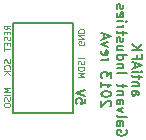
<source format=gbo>
G04 (created by PCBNEW (2013-mar-13)-testing) date Tue 26 Mar 2013 09:26:07 PM EDT*
%MOIN*%
G04 Gerber Fmt 3.4, Leading zero omitted, Abs format*
%FSLAX34Y34*%
G01*
G70*
G90*
G04 APERTURE LIST*
%ADD10C,0.006*%
%ADD11C,0.005*%
%ADD12C,0.004*%
%ADD13C,0.008*%
G04 APERTURE END LIST*
G54D10*
G54D11*
X75526Y-56739D02*
X75699Y-56739D01*
X75730Y-56754D01*
X75746Y-56786D01*
X75746Y-56849D01*
X75730Y-56880D01*
X75542Y-56739D02*
X75526Y-56770D01*
X75526Y-56849D01*
X75542Y-56880D01*
X75573Y-56896D01*
X75605Y-56896D01*
X75636Y-56880D01*
X75652Y-56849D01*
X75652Y-56770D01*
X75667Y-56739D01*
X75746Y-56582D02*
X75526Y-56582D01*
X75715Y-56582D02*
X75730Y-56566D01*
X75746Y-56535D01*
X75746Y-56487D01*
X75730Y-56456D01*
X75699Y-56440D01*
X75526Y-56440D01*
X75746Y-56330D02*
X75746Y-56205D01*
X75856Y-56283D02*
X75573Y-56283D01*
X75542Y-56267D01*
X75526Y-56236D01*
X75526Y-56205D01*
X75526Y-56095D02*
X75746Y-56095D01*
X75856Y-56095D02*
X75840Y-56110D01*
X75825Y-56095D01*
X75840Y-56079D01*
X75856Y-56095D01*
X75825Y-56095D01*
X75620Y-55953D02*
X75620Y-55796D01*
X75526Y-55985D02*
X75856Y-55875D01*
X75526Y-55765D01*
X75699Y-55545D02*
X75699Y-55655D01*
X75526Y-55655D02*
X75856Y-55655D01*
X75856Y-55497D01*
X75526Y-55372D02*
X75856Y-55372D01*
X75526Y-55183D02*
X75715Y-55325D01*
X75856Y-55183D02*
X75667Y-55372D01*
X75328Y-58043D02*
X75344Y-58074D01*
X75344Y-58122D01*
X75328Y-58169D01*
X75297Y-58200D01*
X75265Y-58216D01*
X75203Y-58232D01*
X75155Y-58232D01*
X75093Y-58216D01*
X75061Y-58200D01*
X75030Y-58169D01*
X75014Y-58122D01*
X75014Y-58090D01*
X75030Y-58043D01*
X75045Y-58027D01*
X75155Y-58027D01*
X75155Y-58090D01*
X75014Y-57744D02*
X75187Y-57744D01*
X75218Y-57760D01*
X75234Y-57792D01*
X75234Y-57854D01*
X75218Y-57886D01*
X75030Y-57744D02*
X75014Y-57776D01*
X75014Y-57854D01*
X75030Y-57886D01*
X75061Y-57902D01*
X75093Y-57902D01*
X75124Y-57886D01*
X75140Y-57854D01*
X75140Y-57776D01*
X75155Y-57744D01*
X75014Y-57540D02*
X75030Y-57572D01*
X75061Y-57587D01*
X75344Y-57587D01*
X75234Y-57446D02*
X75014Y-57367D01*
X75234Y-57289D01*
X75014Y-57022D02*
X75187Y-57022D01*
X75218Y-57037D01*
X75234Y-57069D01*
X75234Y-57132D01*
X75218Y-57163D01*
X75030Y-57022D02*
X75014Y-57053D01*
X75014Y-57132D01*
X75030Y-57163D01*
X75061Y-57179D01*
X75093Y-57179D01*
X75124Y-57163D01*
X75140Y-57132D01*
X75140Y-57053D01*
X75155Y-57022D01*
X75234Y-56865D02*
X75014Y-56865D01*
X75203Y-56865D02*
X75218Y-56849D01*
X75234Y-56817D01*
X75234Y-56770D01*
X75218Y-56739D01*
X75187Y-56723D01*
X75014Y-56723D01*
X75234Y-56613D02*
X75234Y-56487D01*
X75344Y-56566D02*
X75061Y-56566D01*
X75030Y-56550D01*
X75014Y-56519D01*
X75014Y-56487D01*
X75014Y-56126D02*
X75344Y-56126D01*
X75234Y-55969D02*
X75014Y-55969D01*
X75203Y-55969D02*
X75218Y-55953D01*
X75234Y-55922D01*
X75234Y-55875D01*
X75218Y-55843D01*
X75187Y-55827D01*
X75014Y-55827D01*
X75014Y-55529D02*
X75344Y-55529D01*
X75030Y-55529D02*
X75014Y-55560D01*
X75014Y-55623D01*
X75030Y-55655D01*
X75045Y-55670D01*
X75077Y-55686D01*
X75171Y-55686D01*
X75203Y-55670D01*
X75218Y-55655D01*
X75234Y-55623D01*
X75234Y-55560D01*
X75218Y-55529D01*
X75234Y-55230D02*
X75014Y-55230D01*
X75234Y-55372D02*
X75061Y-55372D01*
X75030Y-55356D01*
X75014Y-55325D01*
X75014Y-55277D01*
X75030Y-55246D01*
X75045Y-55230D01*
X75030Y-55089D02*
X75014Y-55057D01*
X75014Y-54995D01*
X75030Y-54963D01*
X75061Y-54947D01*
X75077Y-54947D01*
X75108Y-54963D01*
X75124Y-54995D01*
X75124Y-55042D01*
X75140Y-55073D01*
X75171Y-55089D01*
X75187Y-55089D01*
X75218Y-55073D01*
X75234Y-55042D01*
X75234Y-54995D01*
X75218Y-54963D01*
X75234Y-54853D02*
X75234Y-54727D01*
X75344Y-54806D02*
X75061Y-54806D01*
X75030Y-54790D01*
X75014Y-54759D01*
X75014Y-54727D01*
X75014Y-54617D02*
X75234Y-54617D01*
X75171Y-54617D02*
X75203Y-54602D01*
X75218Y-54586D01*
X75234Y-54555D01*
X75234Y-54523D01*
X75014Y-54413D02*
X75234Y-54413D01*
X75344Y-54413D02*
X75328Y-54429D01*
X75313Y-54413D01*
X75328Y-54397D01*
X75344Y-54413D01*
X75313Y-54413D01*
X75030Y-54130D02*
X75014Y-54162D01*
X75014Y-54225D01*
X75030Y-54256D01*
X75061Y-54272D01*
X75187Y-54272D01*
X75218Y-54256D01*
X75234Y-54225D01*
X75234Y-54162D01*
X75218Y-54130D01*
X75187Y-54115D01*
X75155Y-54115D01*
X75124Y-54272D01*
X75030Y-53989D02*
X75014Y-53957D01*
X75014Y-53895D01*
X75030Y-53863D01*
X75061Y-53847D01*
X75077Y-53847D01*
X75108Y-53863D01*
X75124Y-53895D01*
X75124Y-53942D01*
X75140Y-53973D01*
X75171Y-53989D01*
X75187Y-53989D01*
X75218Y-53973D01*
X75234Y-53942D01*
X75234Y-53895D01*
X75218Y-53863D01*
X74801Y-57242D02*
X74816Y-57226D01*
X74832Y-57195D01*
X74832Y-57116D01*
X74816Y-57085D01*
X74801Y-57069D01*
X74769Y-57053D01*
X74738Y-57053D01*
X74691Y-57069D01*
X74502Y-57257D01*
X74502Y-57053D01*
X74832Y-56849D02*
X74832Y-56817D01*
X74816Y-56786D01*
X74801Y-56770D01*
X74769Y-56755D01*
X74706Y-56739D01*
X74628Y-56739D01*
X74565Y-56755D01*
X74533Y-56770D01*
X74518Y-56786D01*
X74502Y-56817D01*
X74502Y-56849D01*
X74518Y-56880D01*
X74533Y-56896D01*
X74565Y-56912D01*
X74628Y-56927D01*
X74706Y-56927D01*
X74769Y-56912D01*
X74801Y-56896D01*
X74816Y-56880D01*
X74832Y-56849D01*
X74502Y-56425D02*
X74502Y-56613D01*
X74502Y-56519D02*
X74832Y-56519D01*
X74785Y-56550D01*
X74753Y-56582D01*
X74738Y-56613D01*
X74832Y-56315D02*
X74832Y-56110D01*
X74706Y-56220D01*
X74706Y-56173D01*
X74691Y-56142D01*
X74675Y-56126D01*
X74643Y-56110D01*
X74565Y-56110D01*
X74533Y-56126D01*
X74518Y-56142D01*
X74502Y-56173D01*
X74502Y-56267D01*
X74518Y-56299D01*
X74533Y-56315D01*
X74502Y-55717D02*
X74722Y-55717D01*
X74659Y-55717D02*
X74691Y-55702D01*
X74706Y-55686D01*
X74722Y-55654D01*
X74722Y-55623D01*
X74518Y-55387D02*
X74502Y-55419D01*
X74502Y-55482D01*
X74518Y-55513D01*
X74549Y-55529D01*
X74675Y-55529D01*
X74706Y-55513D01*
X74722Y-55482D01*
X74722Y-55419D01*
X74706Y-55387D01*
X74675Y-55372D01*
X74643Y-55372D01*
X74612Y-55529D01*
X74722Y-55262D02*
X74502Y-55183D01*
X74722Y-55104D01*
X74596Y-54994D02*
X74596Y-54837D01*
X74502Y-55026D02*
X74832Y-54916D01*
X74502Y-54806D01*
G54D12*
X71460Y-54669D02*
X71365Y-54602D01*
X71460Y-54555D02*
X71260Y-54555D01*
X71260Y-54631D01*
X71270Y-54650D01*
X71280Y-54660D01*
X71299Y-54669D01*
X71327Y-54669D01*
X71346Y-54660D01*
X71356Y-54650D01*
X71365Y-54631D01*
X71365Y-54555D01*
X71356Y-54755D02*
X71356Y-54821D01*
X71460Y-54850D02*
X71460Y-54755D01*
X71260Y-54755D01*
X71260Y-54850D01*
X71451Y-54926D02*
X71460Y-54955D01*
X71460Y-55002D01*
X71451Y-55021D01*
X71441Y-55031D01*
X71422Y-55040D01*
X71403Y-55040D01*
X71384Y-55031D01*
X71375Y-55021D01*
X71365Y-55002D01*
X71356Y-54964D01*
X71346Y-54945D01*
X71337Y-54936D01*
X71318Y-54926D01*
X71299Y-54926D01*
X71280Y-54936D01*
X71270Y-54945D01*
X71260Y-54964D01*
X71260Y-55012D01*
X71270Y-55040D01*
X71356Y-55126D02*
X71356Y-55193D01*
X71460Y-55221D02*
X71460Y-55126D01*
X71260Y-55126D01*
X71260Y-55221D01*
X71260Y-55279D02*
X71260Y-55393D01*
X71460Y-55336D02*
X71260Y-55336D01*
X71451Y-55682D02*
X71460Y-55711D01*
X71460Y-55759D01*
X71451Y-55778D01*
X71441Y-55787D01*
X71422Y-55797D01*
X71403Y-55797D01*
X71384Y-55787D01*
X71375Y-55778D01*
X71365Y-55759D01*
X71356Y-55720D01*
X71346Y-55701D01*
X71337Y-55692D01*
X71318Y-55682D01*
X71299Y-55682D01*
X71280Y-55692D01*
X71270Y-55701D01*
X71260Y-55720D01*
X71260Y-55768D01*
X71270Y-55797D01*
X71441Y-55997D02*
X71451Y-55987D01*
X71460Y-55959D01*
X71460Y-55940D01*
X71451Y-55911D01*
X71432Y-55892D01*
X71413Y-55882D01*
X71375Y-55873D01*
X71346Y-55873D01*
X71308Y-55882D01*
X71289Y-55892D01*
X71270Y-55911D01*
X71260Y-55940D01*
X71260Y-55959D01*
X71270Y-55987D01*
X71280Y-55997D01*
X71460Y-56082D02*
X71260Y-56082D01*
X71460Y-56197D02*
X71346Y-56111D01*
X71260Y-56197D02*
X71375Y-56082D01*
X71460Y-56625D02*
X71260Y-56625D01*
X71403Y-56692D01*
X71260Y-56759D01*
X71460Y-56759D01*
X71460Y-56854D02*
X71260Y-56854D01*
X71451Y-56940D02*
X71460Y-56968D01*
X71460Y-57016D01*
X71451Y-57035D01*
X71441Y-57044D01*
X71422Y-57054D01*
X71403Y-57054D01*
X71384Y-57044D01*
X71375Y-57035D01*
X71365Y-57016D01*
X71356Y-56978D01*
X71346Y-56959D01*
X71337Y-56949D01*
X71318Y-56940D01*
X71299Y-56940D01*
X71280Y-56949D01*
X71270Y-56959D01*
X71260Y-56978D01*
X71260Y-57025D01*
X71270Y-57054D01*
X71260Y-57178D02*
X71260Y-57216D01*
X71270Y-57235D01*
X71289Y-57254D01*
X71327Y-57263D01*
X71394Y-57263D01*
X71432Y-57254D01*
X71451Y-57235D01*
X71460Y-57216D01*
X71460Y-57178D01*
X71451Y-57159D01*
X71432Y-57140D01*
X71394Y-57130D01*
X71327Y-57130D01*
X71289Y-57140D01*
X71270Y-57159D01*
X71260Y-57178D01*
X73929Y-55092D02*
X73939Y-55111D01*
X73939Y-55140D01*
X73929Y-55168D01*
X73910Y-55187D01*
X73891Y-55197D01*
X73853Y-55206D01*
X73824Y-55206D01*
X73786Y-55197D01*
X73767Y-55187D01*
X73748Y-55168D01*
X73739Y-55140D01*
X73739Y-55120D01*
X73748Y-55092D01*
X73758Y-55082D01*
X73824Y-55082D01*
X73824Y-55120D01*
X73739Y-54997D02*
X73939Y-54997D01*
X73739Y-54882D01*
X73939Y-54882D01*
X73739Y-54787D02*
X73939Y-54787D01*
X73939Y-54740D01*
X73929Y-54711D01*
X73910Y-54692D01*
X73891Y-54682D01*
X73853Y-54673D01*
X73824Y-54673D01*
X73786Y-54682D01*
X73767Y-54692D01*
X73748Y-54711D01*
X73739Y-54740D01*
X73739Y-54787D01*
X73719Y-56274D02*
X73919Y-56274D01*
X73776Y-56207D01*
X73919Y-56140D01*
X73719Y-56140D01*
X73919Y-56007D02*
X73919Y-55969D01*
X73909Y-55950D01*
X73890Y-55931D01*
X73852Y-55921D01*
X73785Y-55921D01*
X73747Y-55931D01*
X73728Y-55950D01*
X73719Y-55969D01*
X73719Y-56007D01*
X73728Y-56026D01*
X73747Y-56045D01*
X73785Y-56055D01*
X73852Y-56055D01*
X73890Y-56045D01*
X73909Y-56026D01*
X73919Y-56007D01*
X73728Y-55845D02*
X73719Y-55817D01*
X73719Y-55769D01*
X73728Y-55750D01*
X73738Y-55740D01*
X73757Y-55731D01*
X73776Y-55731D01*
X73795Y-55740D01*
X73804Y-55750D01*
X73814Y-55769D01*
X73823Y-55807D01*
X73833Y-55826D01*
X73842Y-55836D01*
X73861Y-55845D01*
X73880Y-55845D01*
X73900Y-55836D01*
X73909Y-55826D01*
X73919Y-55807D01*
X73919Y-55760D01*
X73909Y-55731D01*
X73719Y-55645D02*
X73919Y-55645D01*
G54D11*
X73958Y-56997D02*
X73958Y-57139D01*
X73815Y-57154D01*
X73830Y-57139D01*
X73844Y-57111D01*
X73844Y-57039D01*
X73830Y-57011D01*
X73815Y-56997D01*
X73787Y-56982D01*
X73715Y-56982D01*
X73687Y-56997D01*
X73672Y-57011D01*
X73658Y-57039D01*
X73658Y-57111D01*
X73672Y-57139D01*
X73687Y-57154D01*
X73958Y-56897D02*
X73658Y-56797D01*
X73958Y-56697D01*
G54D13*
X71560Y-54480D02*
X71560Y-57480D01*
X73560Y-57480D02*
X73560Y-54480D01*
X73560Y-54480D02*
X71560Y-54480D01*
X71560Y-57480D02*
X73560Y-57480D01*
M02*

</source>
